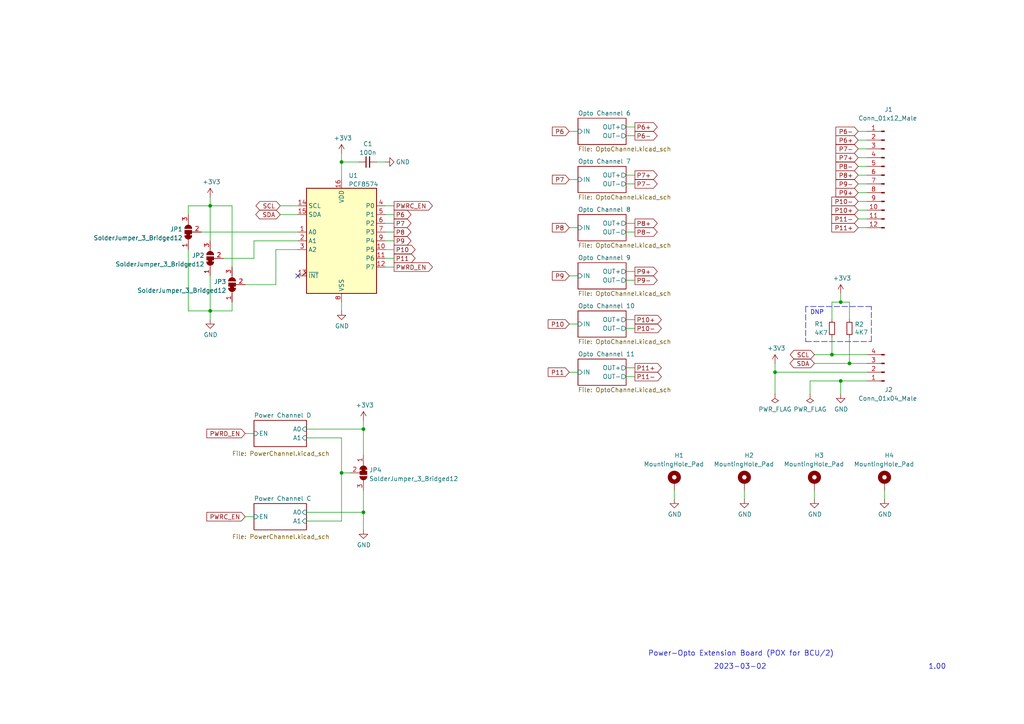
<source format=kicad_sch>
(kicad_sch (version 20211123) (generator eeschema)
  (paper "A4")
  (lib_symbols
    (symbol "Connector:Conn_01x04_Male" (pin_names (offset 1.016) hide)
      (property "Reference" "J" (at 0 5.08 0))
      (property "Value" "Conn_01x04_Male" (at 0 -7.62 0))
      (symbol "Conn_01x04_Male_1_1"
        (polyline (pts (xy 1.27 -5.08) (xy 0.8636 -5.08)) (stroke (width 0.1524)))
        (polyline (pts (xy 1.27 -2.54) (xy 0.8636 -2.54)) (stroke (width 0.1524)))
        (polyline (pts (xy 1.27 0) (xy 0.8636 0)) (stroke (width 0.1524)))
        (polyline (pts (xy 1.27 2.54) (xy 0.8636 2.54)) (stroke (width 0.1524)))
        (rectangle (start 0.8636 -4.953) (end 0 -5.207) (stroke (width 0.1524)) (fill (type outline)))
        (rectangle (start 0.8636 -2.413) (end 0 -2.667) (stroke (width 0.1524)) (fill (type outline)))
        (rectangle (start 0.8636 0.127) (end 0 -0.127) (stroke (width 0.1524)) (fill (type outline)))
        (rectangle (start 0.8636 2.667) (end 0 2.413) (stroke (width 0.1524)) (fill (type outline)))
        (pin passive line (at 5.08 2.54 180) (length 3.81) (name "Pin_1") (number "1"))
        (pin passive line (at 5.08 0 180) (length 3.81) (name "Pin_2") (number "2"))
        (pin passive line (at 5.08 -2.54 180) (length 3.81) (name "Pin_3") (number "3"))
        (pin passive line (at 5.08 -5.08 180) (length 3.81) (name "Pin_4") (number "4"))
      )
    )
    (symbol "Connector:Conn_01x12_Male" (pin_names (offset 1.016) hide)
      (property "Reference" "J" (at 0 15.24 0))
      (property "Value" "Conn_01x12_Male" (at 0 -17.78 0))
      (symbol "Conn_01x12_Male_1_1"
        (polyline (pts (xy 1.27 -15.24) (xy 0.8636 -15.24)) (stroke (width 0.1524)))
        (polyline (pts (xy 1.27 -12.7) (xy 0.8636 -12.7)) (stroke (width 0.1524)))
        (polyline (pts (xy 1.27 -10.16) (xy 0.8636 -10.16)) (stroke (width 0.1524)))
        (polyline (pts (xy 1.27 -7.62) (xy 0.8636 -7.62)) (stroke (width 0.1524)))
        (polyline (pts (xy 1.27 -5.08) (xy 0.8636 -5.08)) (stroke (width 0.1524)))
        (polyline (pts (xy 1.27 -2.54) (xy 0.8636 -2.54)) (stroke (width 0.1524)))
        (polyline (pts (xy 1.27 0) (xy 0.8636 0)) (stroke (width 0.1524)))
        (polyline (pts (xy 1.27 2.54) (xy 0.8636 2.54)) (stroke (width 0.1524)))
        (polyline (pts (xy 1.27 5.08) (xy 0.8636 5.08)) (stroke (width 0.1524)))
        (polyline (pts (xy 1.27 7.62) (xy 0.8636 7.62)) (stroke (width 0.1524)))
        (polyline (pts (xy 1.27 10.16) (xy 0.8636 10.16)) (stroke (width 0.1524)))
        (polyline (pts (xy 1.27 12.7) (xy 0.8636 12.7)) (stroke (width 0.1524)))
        (rectangle (start 0.8636 -15.113) (end 0 -15.367) (stroke (width 0.1524)) (fill (type outline)))
        (rectangle (start 0.8636 -12.573) (end 0 -12.827) (stroke (width 0.1524)) (fill (type outline)))
        (rectangle (start 0.8636 -10.033) (end 0 -10.287) (stroke (width 0.1524)) (fill (type outline)))
        (rectangle (start 0.8636 -7.493) (end 0 -7.747) (stroke (width 0.1524)) (fill (type outline)))
        (rectangle (start 0.8636 -4.953) (end 0 -5.207) (stroke (width 0.1524)) (fill (type outline)))
        (rectangle (start 0.8636 -2.413) (end 0 -2.667) (stroke (width 0.1524)) (fill (type outline)))
        (rectangle (start 0.8636 0.127) (end 0 -0.127) (stroke (width 0.1524)) (fill (type outline)))
        (rectangle (start 0.8636 2.667) (end 0 2.413) (stroke (width 0.1524)) (fill (type outline)))
        (rectangle (start 0.8636 5.207) (end 0 4.953) (stroke (width 0.1524)) (fill (type outline)))
        (rectangle (start 0.8636 7.747) (end 0 7.493) (stroke (width 0.1524)) (fill (type outline)))
        (rectangle (start 0.8636 10.287) (end 0 10.033) (stroke (width 0.1524)) (fill (type outline)))
        (rectangle (start 0.8636 12.827) (end 0 12.573) (stroke (width 0.1524)) (fill (type outline)))
        (pin passive line (at 5.08 12.7 180) (length 3.81) (name "Pin_1") (number "1"))
        (pin passive line (at 5.08 -10.16 180) (length 3.81) (name "Pin_10") (number "10"))
        (pin passive line (at 5.08 -12.7 180) (length 3.81) (name "Pin_11") (number "11"))
        (pin passive line (at 5.08 -15.24 180) (length 3.81) (name "Pin_12") (number "12"))
        (pin passive line (at 5.08 10.16 180) (length 3.81) (name "Pin_2") (number "2"))
        (pin passive line (at 5.08 7.62 180) (length 3.81) (name "Pin_3") (number "3"))
        (pin passive line (at 5.08 5.08 180) (length 3.81) (name "Pin_4") (number "4"))
        (pin passive line (at 5.08 2.54 180) (length 3.81) (name "Pin_5") (number "5"))
        (pin passive line (at 5.08 0 180) (length 3.81) (name "Pin_6") (number "6"))
        (pin passive line (at 5.08 -2.54 180) (length 3.81) (name "Pin_7") (number "7"))
        (pin passive line (at 5.08 -5.08 180) (length 3.81) (name "Pin_8") (number "8"))
        (pin passive line (at 5.08 -7.62 180) (length 3.81) (name "Pin_9") (number "9"))
      )
    )
    (symbol "Device:C_Small" (pin_numbers hide) (pin_names (offset 0.254) hide)
      (property "Reference" "C" (at 0.254 1.778 0))
      (property "Value" "C_Small" (at 0.254 -2.032 0))
      (symbol "C_Small_0_1"
        (polyline (pts (xy -1.524 -0.508) (xy 1.524 -0.508)) (stroke (width 0.3302)))
        (polyline (pts (xy -1.524 0.508) (xy 1.524 0.508)) (stroke (width 0.3048)))
      )
      (symbol "C_Small_1_1"
        (pin passive line (at 0 2.54 270) (length 2.032) (name "~") (number "1"))
        (pin passive line (at 0 -2.54 90) (length 2.032) (name "~") (number "2"))
      )
    )
    (symbol "Device:R_Small" (pin_numbers hide) (pin_names (offset 0.254) hide)
      (property "Reference" "R" (at 0.762 0.508 0))
      (property "Value" "R_Small" (at 0.762 -1.016 0))
      (symbol "R_Small_0_1"
        (rectangle (start -0.762 1.778) (end 0.762 -1.778) (stroke (width 0.2032)))
      )
      (symbol "R_Small_1_1"
        (pin passive line (at 0 2.54 270) (length 0.762) (name "~") (number "1"))
        (pin passive line (at 0 -2.54 90) (length 0.762) (name "~") (number "2"))
      )
    )
    (symbol "Interface_Expansion:PCF8574"
      (property "Reference" "U" (at -8.89 16.51 0))
      (property "Value" "PCF8574" (at 2.54 16.51 0))
      (symbol "PCF8574_0_1"
        (rectangle (start -10.16 15.24) (end 10.16 -15.24) (stroke (width 0.254)) (fill (type background)))
      )
      (symbol "PCF8574_1_1"
        (pin input line (at -12.7 2.54 0) (length 2.54) (name "A0") (number "1"))
        (pin bidirectional line (at 12.7 -2.54 180) (length 2.54) (name "P5") (number "10"))
        (pin bidirectional line (at 12.7 -5.08 180) (length 2.54) (name "P6") (number "11"))
        (pin bidirectional line (at 12.7 -7.62 180) (length 2.54) (name "P7") (number "12"))
        (pin open_collector output_low (at -12.7 -10.16 0) (length 2.54) (name "~{INT}") (number "13"))
        (pin input line (at -12.7 10.16 0) (length 2.54) (name "SCL") (number "14"))
        (pin bidirectional line (at -12.7 7.62 0) (length 2.54) (name "SDA") (number "15"))
        (pin power_in line (at 0 17.78 270) (length 2.54) (name "VDD") (number "16"))
        (pin input line (at -12.7 0 0) (length 2.54) (name "A1") (number "2"))
        (pin input line (at -12.7 -2.54 0) (length 2.54) (name "A2") (number "3"))
        (pin bidirectional line (at 12.7 10.16 180) (length 2.54) (name "P0") (number "4"))
        (pin bidirectional line (at 12.7 7.62 180) (length 2.54) (name "P1") (number "5"))
        (pin bidirectional line (at 12.7 5.08 180) (length 2.54) (name "P2") (number "6"))
        (pin bidirectional line (at 12.7 2.54 180) (length 2.54) (name "P3") (number "7"))
        (pin power_in line (at 0 -17.78 90) (length 2.54) (name "VSS") (number "8"))
        (pin bidirectional line (at 12.7 0 180) (length 2.54) (name "P4") (number "9"))
      )
    )
    (symbol "Jumper:SolderJumper_3_Bridged12" (pin_names (offset 0) hide)
      (property "Reference" "JP" (at -2.54 -2.54 0))
      (property "Value" "SolderJumper_3_Bridged12" (at 0 2.794 0))
      (symbol "SolderJumper_3_Bridged12_0_1"
        (rectangle (start -1.016 0.508) (end -0.508 -0.508) (fill (type outline)))
        (arc (start -1.016 1.016) (mid -2.032 0) (end -1.016 -1.016))
        (arc (start -1.016 1.016) (mid -2.032 0) (end -1.016 -1.016) (fill (type outline)))
        (rectangle (start -0.508 1.016) (end 0.508 -1.016) (fill (type outline)))
        (polyline (pts (xy -2.54 0) (xy -2.032 0)))
        (polyline (pts (xy -1.016 1.016) (xy -1.016 -1.016)))
        (polyline (pts (xy 0 -1.27) (xy 0 -1.016)))
        (polyline (pts (xy 1.016 1.016) (xy 1.016 -1.016)))
        (polyline (pts (xy 2.54 0) (xy 2.032 0)))
        (arc (start 1.016 -1.016) (mid 2.032 0) (end 1.016 1.016))
        (arc (start 1.016 -1.016) (mid 2.032 0) (end 1.016 1.016) (fill (type outline)))
      )
      (symbol "SolderJumper_3_Bridged12_1_1"
        (pin passive line (at -5.08 0 0) (length 2.54) (name "A") (number "1"))
        (pin passive line (at 0 -3.81 90) (length 2.54) (name "C") (number "2"))
        (pin passive line (at 5.08 0 180) (length 2.54) (name "B") (number "3"))
      )
    )
    (symbol "Mechanical:MountingHole_Pad" (pin_numbers hide) (pin_names (offset 1.016) hide)
      (property "Reference" "H" (at 0 6.35 0))
      (property "Value" "MountingHole_Pad" (at 0 4.445 0))
      (symbol "MountingHole_Pad_0_1"
        (circle (center 0 1.27) (radius 1.27) (stroke (width 1.27)))
      )
      (symbol "MountingHole_Pad_1_1"
        (pin input line (at 0 -2.54 90) (length 2.54) (name "1") (number "1"))
      )
    )
    (symbol "power:+3.3V" (power) (pin_names (offset 0))
      (property "Value" "+3.3V" (at 0 3.556 0))
      (symbol "+3.3V_0_1"
        (polyline (pts (xy -0.762 1.27) (xy 0 2.54)))
        (polyline (pts (xy 0 0) (xy 0 2.54)))
        (polyline (pts (xy 0 2.54) (xy 0.762 1.27)))
      )
      (symbol "+3.3V_1_1"
        (pin power_in line (at 0 0 90) (length 0) hide (name "+3V3") (number "1"))
      )
    )
    (symbol "power:+3V3" (power) (pin_names (offset 0))
      (property "Value" "+3V3" (at 0 3.556 0))
      (symbol "+3V3_0_1"
        (polyline (pts (xy -0.762 1.27) (xy 0 2.54)))
        (polyline (pts (xy 0 0) (xy 0 2.54)))
        (polyline (pts (xy 0 2.54) (xy 0.762 1.27)))
      )
      (symbol "+3V3_1_1"
        (pin power_in line (at 0 0 90) (length 0) hide (name "+3V3") (number "1"))
      )
    )
    (symbol "power:GND" (power) (pin_names (offset 0))
      (property "Value" "GND" (at 0 -3.81 0))
      (symbol "GND_0_1"
        (polyline (pts (xy 0 0) (xy 0 -1.27) (xy 1.27 -1.27) (xy 0 -2.54) (xy -1.27 -1.27) (xy 0 -1.27)))
      )
      (symbol "GND_1_1"
        (pin power_in line (at 0 0 270) (length 0) hide (name "GND") (number "1"))
      )
    )
    (symbol "power:PWR_FLAG" (power) (pin_numbers hide) (pin_names (offset 0) hide)
      (property "Value" "PWR_FLAG" (at 0 3.81 0))
      (symbol "PWR_FLAG_0_0"
        (pin power_out line (at 0 0 90) (length 0) (name "pwr") (number "1"))
      )
      (symbol "PWR_FLAG_0_1"
        (polyline (pts (xy 0 0) (xy 0 1.27) (xy -1.016 1.905) (xy 0 2.54) (xy 1.016 1.905) (xy 0 1.27)))
      )
    )
  )
  (junction (at 243.84 110.49))
  (junction (at 99.06 137.16))
  (junction (at 246.38 105.41))
  (junction (at 243.84 87.63))
  (junction (at 60.96 59.69))
  (junction (at 105.41 148.59))
  (junction (at 105.41 124.46))
  (junction (at 99.06 46.99))
  (junction (at 60.96 90.17))
  (junction (at 224.79 107.95))
  (junction (at 241.3 102.87))
  (no_connect (at 86.36 80.01))
  (wire (pts (xy 111.76 72.39) (xy 114.3 72.39)))
  (polyline (pts (xy 252.73 88.9) (xy 233.68 88.9)))
  (wire (pts (xy 248.92 63.5) (xy 251.46 63.5)))
  (wire (pts (xy 184.15 81.28) (xy 181.61 81.28)))
  (wire (pts (xy 99.06 127) (xy 99.06 137.16)))
  (wire (pts (xy 71.12 149.86) (xy 73.66 149.86)))
  (wire (pts (xy 184.15 39.37) (xy 181.61 39.37)))
  (wire (pts (xy 60.96 57.15) (xy 60.96 59.69)))
  (wire (pts (xy 67.31 77.47) (xy 67.31 59.69)))
  (wire (pts (xy 80.01 72.39) (xy 80.01 82.55)))
  (wire (pts (xy 105.41 142.24) (xy 105.41 148.59)))
  (wire (pts (xy 243.84 87.63) (xy 243.84 85.09)))
  (wire (pts (xy 215.9 142.24) (xy 215.9 144.78)))
  (wire (pts (xy 99.06 46.99) (xy 99.06 52.07)))
  (wire (pts (xy 256.54 142.24) (xy 256.54 144.78)))
  (wire (pts (xy 248.92 45.72) (xy 251.46 45.72)))
  (polyline (pts (xy 233.68 88.9) (xy 233.68 99.06)))
  (wire (pts (xy 224.79 107.95) (xy 224.79 105.41)))
  (wire (pts (xy 109.22 46.99) (xy 111.76 46.99)))
  (wire (pts (xy 99.06 46.99) (xy 104.14 46.99)))
  (wire (pts (xy 71.12 125.73) (xy 73.66 125.73)))
  (wire (pts (xy 181.61 36.83) (xy 184.15 36.83)))
  (wire (pts (xy 181.61 64.77) (xy 184.15 64.77)))
  (wire (pts (xy 111.76 64.77) (xy 114.3 64.77)))
  (wire (pts (xy 105.41 148.59) (xy 105.41 153.67)))
  (wire (pts (xy 184.15 95.25) (xy 181.61 95.25)))
  (wire (pts (xy 251.46 40.64) (xy 248.92 40.64)))
  (wire (pts (xy 88.9 151.13) (xy 99.06 151.13)))
  (wire (pts (xy 181.61 92.71) (xy 184.15 92.71)))
  (wire (pts (xy 184.15 109.22) (xy 181.61 109.22)))
  (wire (pts (xy 241.3 87.63) (xy 243.84 87.63)))
  (wire (pts (xy 236.22 142.24) (xy 236.22 144.78)))
  (polyline (pts (xy 233.68 99.06) (xy 252.73 99.06)))
  (wire (pts (xy 184.15 67.31) (xy 181.61 67.31)))
  (wire (pts (xy 54.61 59.69) (xy 60.96 59.69)))
  (wire (pts (xy 67.31 59.69) (xy 60.96 59.69)))
  (wire (pts (xy 99.06 151.13) (xy 99.06 137.16)))
  (wire (pts (xy 111.76 67.31) (xy 114.3 67.31)))
  (wire (pts (xy 105.41 124.46) (xy 105.41 132.08)))
  (wire (pts (xy 248.92 38.1) (xy 251.46 38.1)))
  (wire (pts (xy 184.15 53.34) (xy 181.61 53.34)))
  (wire (pts (xy 165.1 52.07) (xy 167.64 52.07)))
  (wire (pts (xy 248.92 48.26) (xy 251.46 48.26)))
  (wire (pts (xy 99.06 87.63) (xy 99.06 90.17)))
  (wire (pts (xy 67.31 87.63) (xy 67.31 90.17)))
  (wire (pts (xy 181.61 50.8) (xy 184.15 50.8)))
  (wire (pts (xy 60.96 90.17) (xy 60.96 92.71)))
  (wire (pts (xy 54.61 72.39) (xy 54.61 90.17)))
  (wire (pts (xy 181.61 78.74) (xy 184.15 78.74)))
  (wire (pts (xy 248.92 53.34) (xy 251.46 53.34)))
  (wire (pts (xy 246.38 87.63) (xy 243.84 87.63)))
  (wire (pts (xy 73.66 74.93) (xy 64.77 74.93)))
  (wire (pts (xy 86.36 69.85) (xy 73.66 69.85)))
  (wire (pts (xy 88.9 124.46) (xy 105.41 124.46)))
  (wire (pts (xy 67.31 90.17) (xy 60.96 90.17)))
  (polyline (pts (xy 252.73 99.06) (xy 252.73 88.9)))
  (wire (pts (xy 251.46 107.95) (xy 224.79 107.95)))
  (wire (pts (xy 111.76 59.69) (xy 114.3 59.69)))
  (wire (pts (xy 241.3 92.71) (xy 241.3 87.63)))
  (wire (pts (xy 81.28 59.69) (xy 86.36 59.69)))
  (wire (pts (xy 181.61 106.68) (xy 184.15 106.68)))
  (wire (pts (xy 165.1 107.95) (xy 167.64 107.95)))
  (wire (pts (xy 114.3 69.85) (xy 111.76 69.85)))
  (wire (pts (xy 88.9 127) (xy 99.06 127)))
  (wire (pts (xy 73.66 69.85) (xy 73.66 74.93)))
  (wire (pts (xy 60.96 59.69) (xy 60.96 69.85)))
  (wire (pts (xy 243.84 110.49) (xy 234.95 110.49)))
  (wire (pts (xy 246.38 92.71) (xy 246.38 87.63)))
  (wire (pts (xy 99.06 44.45) (xy 99.06 46.99)))
  (wire (pts (xy 224.79 107.95) (xy 224.79 114.3)))
  (wire (pts (xy 105.41 121.92) (xy 105.41 124.46)))
  (wire (pts (xy 114.3 62.23) (xy 111.76 62.23)))
  (wire (pts (xy 248.92 50.8) (xy 251.46 50.8)))
  (wire (pts (xy 195.58 142.24) (xy 195.58 144.78)))
  (wire (pts (xy 248.92 60.96) (xy 251.46 60.96)))
  (wire (pts (xy 246.38 97.79) (xy 246.38 105.41)))
  (wire (pts (xy 241.3 102.87) (xy 251.46 102.87)))
  (wire (pts (xy 248.92 66.04) (xy 251.46 66.04)))
  (wire (pts (xy 248.92 55.88) (xy 251.46 55.88)))
  (wire (pts (xy 60.96 80.01) (xy 60.96 90.17)))
  (wire (pts (xy 243.84 110.49) (xy 243.84 114.3)))
  (wire (pts (xy 114.3 74.93) (xy 111.76 74.93)))
  (wire (pts (xy 251.46 105.41) (xy 246.38 105.41)))
  (wire (pts (xy 111.76 77.47) (xy 114.3 77.47)))
  (wire (pts (xy 58.42 67.31) (xy 86.36 67.31)))
  (wire (pts (xy 236.22 102.87) (xy 241.3 102.87)))
  (wire (pts (xy 88.9 148.59) (xy 105.41 148.59)))
  (wire (pts (xy 234.95 110.49) (xy 234.95 114.3)))
  (wire (pts (xy 99.06 137.16) (xy 101.6 137.16)))
  (wire (pts (xy 248.92 43.18) (xy 251.46 43.18)))
  (wire (pts (xy 165.1 93.98) (xy 167.64 93.98)))
  (wire (pts (xy 251.46 110.49) (xy 243.84 110.49)))
  (wire (pts (xy 86.36 72.39) (xy 80.01 72.39)))
  (wire (pts (xy 54.61 90.17) (xy 60.96 90.17)))
  (wire (pts (xy 54.61 62.23) (xy 54.61 59.69)))
  (wire (pts (xy 241.3 97.79) (xy 241.3 102.87)))
  (wire (pts (xy 80.01 82.55) (xy 71.12 82.55)))
  (wire (pts (xy 248.92 58.42) (xy 251.46 58.42)))
  (wire (pts (xy 81.28 62.23) (xy 86.36 62.23)))
  (wire (pts (xy 246.38 105.41) (xy 236.22 105.41)))
  (wire (pts (xy 165.1 38.1) (xy 167.64 38.1)))
  (wire (pts (xy 165.1 66.04) (xy 167.64 66.04)))
  (wire (pts (xy 165.1 80.01) (xy 167.64 80.01)))
  (text "1.00" (at 269.24 194.31 0) (effects (font (size 1.4986 1.4986)) (justify left bottom)))
  (text "DNP" (at 234.95 91.44 0) (effects (font (size 1.27 1.27)) (justify left bottom)))
  (text "2023-03-02" (at 207.01 194.31 0) (effects (font (size 1.4986 1.4986)) (justify left bottom)))
  (text "Power-Opto Extension Board (POX for BCU/2)" (at 187.96 190.5 0) (effects (font (size 1.4986 1.4986)) (justify left bottom)))
  (global_label "P8+" (shape output) (at 184.15 64.77 0) (property "Intersheet References" "${INTERSHEET_REFS}" (effects hide)))
  (global_label "P7" (shape output) (at 114.3 64.77 0) (property "Intersheet References" "${INTERSHEET_REFS}" (effects hide)))
  (global_label "P9+" (shape input) (at 248.92 55.88 180) (property "Intersheet References" "${INTERSHEET_REFS}" (effects hide)))
  (global_label "P8" (shape input) (at 165.1 66.04 180) (property "Intersheet References" "${INTERSHEET_REFS}" (effects hide)))
  (global_label "P11-" (shape input) (at 248.92 63.5 180) (property "Intersheet References" "${INTERSHEET_REFS}" (effects hide)))
  (global_label "PWRC_EN" (shape input) (at 71.12 149.86 180) (property "Intersheet References" "${INTERSHEET_REFS}" (effects hide)))
  (global_label "P7" (shape input) (at 165.1 52.07 180) (property "Intersheet References" "${INTERSHEET_REFS}" (effects hide)))
  (global_label "P6+" (shape output) (at 184.15 36.83 0) (property "Intersheet References" "${INTERSHEET_REFS}" (effects hide)))
  (global_label "SCL" (shape bidirectional) (at 81.28 59.69 180) (property "Intersheet References" "${INTERSHEET_REFS}" (effects hide)))
  (global_label "P10-" (shape output) (at 184.15 95.25 0) (property "Intersheet References" "${INTERSHEET_REFS}" (effects hide)))
  (global_label "P10" (shape input) (at 165.1 93.98 180) (property "Intersheet References" "${INTERSHEET_REFS}" (effects hide)))
  (global_label "P8" (shape output) (at 114.3 67.31 0) (property "Intersheet References" "${INTERSHEET_REFS}" (effects hide)))
  (global_label "SCL" (shape bidirectional) (at 236.22 102.87 180) (property "Intersheet References" "${INTERSHEET_REFS}" (effects hide)))
  (global_label "P6" (shape output) (at 114.3 62.23 0) (property "Intersheet References" "${INTERSHEET_REFS}" (effects hide)))
  (global_label "SDA" (shape bidirectional) (at 81.28 62.23 180) (property "Intersheet References" "${INTERSHEET_REFS}" (effects hide)))
  (global_label "P9+" (shape output) (at 184.15 78.74 0) (property "Intersheet References" "${INTERSHEET_REFS}" (effects hide)))
  (global_label "P6-" (shape output) (at 184.15 39.37 0) (property "Intersheet References" "${INTERSHEET_REFS}" (effects hide)))
  (global_label "P11" (shape output) (at 114.3 74.93 0) (property "Intersheet References" "${INTERSHEET_REFS}" (effects hide)))
  (global_label "P6" (shape input) (at 165.1 38.1 180) (property "Intersheet References" "${INTERSHEET_REFS}" (effects hide)))
  (global_label "P10+" (shape input) (at 248.92 60.96 180) (property "Intersheet References" "${INTERSHEET_REFS}" (effects hide)))
  (global_label "P9-" (shape output) (at 184.15 81.28 0) (property "Intersheet References" "${INTERSHEET_REFS}" (effects hide)))
  (global_label "PWRD_EN" (shape output) (at 114.3 77.47 0) (property "Intersheet References" "${INTERSHEET_REFS}" (effects hide)))
  (global_label "P6+" (shape input) (at 248.92 40.64 180) (property "Intersheet References" "${INTERSHEET_REFS}" (effects hide)))
  (global_label "P7-" (shape output) (at 184.15 53.34 0) (property "Intersheet References" "${INTERSHEET_REFS}" (effects hide)))
  (global_label "SDA" (shape bidirectional) (at 236.22 105.41 180) (property "Intersheet References" "${INTERSHEET_REFS}" (effects hide)))
  (global_label "P9" (shape input) (at 165.1 80.01 180) (property "Intersheet References" "${INTERSHEET_REFS}" (effects hide)))
  (global_label "P11" (shape input) (at 165.1 107.95 180) (property "Intersheet References" "${INTERSHEET_REFS}" (effects hide)))
  (global_label "P10-" (shape input) (at 248.92 58.42 180) (property "Intersheet References" "${INTERSHEET_REFS}" (effects hide)))
  (global_label "P6-" (shape input) (at 248.92 38.1 180) (property "Intersheet References" "${INTERSHEET_REFS}" (effects hide)))
  (global_label "P10+" (shape output) (at 184.15 92.71 0) (property "Intersheet References" "${INTERSHEET_REFS}" (effects hide)))
  (global_label "P8-" (shape input) (at 248.92 48.26 180) (property "Intersheet References" "${INTERSHEET_REFS}" (effects hide)))
  (global_label "P8-" (shape output) (at 184.15 67.31 0) (property "Intersheet References" "${INTERSHEET_REFS}" (effects hide)))
  (global_label "P10" (shape output) (at 114.3 72.39 0) (property "Intersheet References" "${INTERSHEET_REFS}" (effects hide)))
  (global_label "PWRD_EN" (shape input) (at 71.12 125.73 180) (property "Intersheet References" "${INTERSHEET_REFS}" (effects hide)))
  (global_label "P7-" (shape input) (at 248.92 43.18 180) (property "Intersheet References" "${INTERSHEET_REFS}" (effects hide)))
  (global_label "PWRC_EN" (shape output) (at 114.3 59.69 0) (property "Intersheet References" "${INTERSHEET_REFS}" (effects hide)))
  (global_label "P9-" (shape input) (at 248.92 53.34 180) (property "Intersheet References" "${INTERSHEET_REFS}" (effects hide)))
  (global_label "P7+" (shape input) (at 248.92 45.72 180) (property "Intersheet References" "${INTERSHEET_REFS}" (effects hide)))
  (global_label "P8+" (shape input) (at 248.92 50.8 180) (property "Intersheet References" "${INTERSHEET_REFS}" (effects hide)))
  (global_label "P9" (shape output) (at 114.3 69.85 0) (property "Intersheet References" "${INTERSHEET_REFS}" (effects hide)))
  (global_label "P11+" (shape output) (at 184.15 106.68 0) (property "Intersheet References" "${INTERSHEET_REFS}" (effects hide)))
  (global_label "P7+" (shape output) (at 184.15 50.8 0) (property "Intersheet References" "${INTERSHEET_REFS}" (effects hide)))
  (global_label "P11+" (shape input) (at 248.92 66.04 180) (property "Intersheet References" "${INTERSHEET_REFS}" (effects hide)))
  (global_label "P11-" (shape output) (at 184.15 109.22 0) (property "Intersheet References" "${INTERSHEET_REFS}" (effects hide)))
  (symbol (lib_id "power:+3V3") (at 99.06 44.45 0) (unit 1)
    (property "Reference" "#PWR03" (effects hide))
    (property "Value" "+3V3" (at 99.441 40.0558 0))
  )
  (symbol (lib_id "power:PWR_FLAG") (at 224.79 114.3 180) (unit 1)
    (property "Reference" "#FLG01" (effects hide))
    (property "Value" "PWR_FLAG" (at 224.79 118.7196 0))
  )
  (symbol (lib_id "power:GND") (at 105.41 153.67 0) (unit 1)
    (property "Reference" "#PWR06" (effects hide))
    (property "Value" "GND" (at 105.537 158.0642 0))
  )
  (symbol (lib_id "power:+3V3") (at 243.84 85.09 0) (unit 1)
    (property "Reference" "#PWR012" (effects hide))
    (property "Value" "+3V3" (at 244.221 80.6958 0))
  )
  (symbol (lib_id "Device:R_Small") (at 241.3 95.25 0) (unit 1)
    (property "Reference" "R1" (at 236.22 93.98 0) (effects (justify left)))
    (property "Value" "4K7" (at 236.22 96.52 0) (effects (justify left)))
    (property "Footprint" "Resistor_SMD:R_0603_1608Metric_Pad0.98x0.95mm_HandSolder" (effects hide))
  )
  (symbol (lib_id "Device:R_Small") (at 246.38 95.25 0) (unit 1)
    (property "Reference" "R2" (at 247.8786 94.0816 0) (effects (justify left)))
    (property "Value" "4K7" (at 247.8786 96.393 0) (effects (justify left)))
    (property "Footprint" "Resistor_SMD:R_0603_1608Metric_Pad0.98x0.95mm_HandSolder" (effects hide))
  )
  (symbol (lib_id "Connector:Conn_01x04_Male") (at 256.54 107.95 180) (unit 1)
    (property "Reference" "J2" (at 256.54 113.03 0) (effects (justify right)))
    (property "Value" "Conn_01x04_Male" (at 248.92 115.57 0) (effects (justify right)))
    (property "Footprint" "Connector_JST:JST_PH_B4B-PH-K_1x04_P2.00mm_Vertical" (effects hide))
  )
  (symbol (lib_id "power:GND") (at 243.84 114.3 0) (unit 1)
    (property "Reference" "#PWR013" (effects hide))
    (property "Value" "GND" (at 243.967 118.6942 0))
  )
  (symbol (lib_id "power:+3.3V") (at 224.79 105.41 0) (unit 1)
    (property "Reference" "#PWR010" (effects hide))
    (property "Value" "+3.3V" (at 225.171 101.0158 0))
  )
  (symbol (lib_id "Connector:Conn_01x12_Male") (at 256.54 50.8 0) (mirror y) (unit 1)
    (property "Reference" "J1" (at 256.54 31.75 0) (effects (justify right)))
    (property "Value" "Conn_01x12_Male" (at 248.92 34.29 0) (effects (justify right)))
    (property "Footprint" "Connector_PinHeader_2.54mm:PinHeader_1x12_P2.54mm_Vertical" (effects hide))
  )
  (symbol (lib_id "Mechanical:MountingHole_Pad") (at 195.58 139.7 0) (unit 1)
    (property "Reference" "H1" (at 195.58 132.08 0) (effects (justify left)))
    (property "Value" "MountingHole_Pad" (at 186.69 134.62 0) (effects (justify left)))
    (property "Footprint" "MountingHole:MountingHole_3.2mm_M3_DIN965_Pad" (effects hide))
  )
  (symbol (lib_id "power:GND") (at 195.58 144.78 0) (unit 1)
    (property "Reference" "#PWR08" (effects hide))
    (property "Value" "GND" (at 195.707 149.1742 0))
  )
  (symbol (lib_id "Mechanical:MountingHole_Pad") (at 215.9 139.7 0) (unit 1)
    (property "Reference" "H2" (at 215.9 132.08 0) (effects (justify left)))
    (property "Value" "MountingHole_Pad" (at 207.01 134.62 0) (effects (justify left)))
    (property "Footprint" "MountingHole:MountingHole_3.2mm_M3_DIN965_Pad" (effects hide))
  )
  (symbol (lib_id "power:GND") (at 215.9 144.78 0) (unit 1)
    (property "Reference" "#PWR09" (effects hide))
    (property "Value" "GND" (at 216.027 149.1742 0))
  )
  (symbol (lib_id "Mechanical:MountingHole_Pad") (at 236.22 139.7 0) (unit 1)
    (property "Reference" "H3" (at 236.22 132.08 0) (effects (justify left)))
    (property "Value" "MountingHole_Pad" (at 227.33 134.62 0) (effects (justify left)))
    (property "Footprint" "MountingHole:MountingHole_3.2mm_M3_DIN965_Pad" (effects hide))
  )
  (symbol (lib_id "power:GND") (at 236.22 144.78 0) (unit 1)
    (property "Reference" "#PWR011" (effects hide))
    (property "Value" "GND" (at 236.347 149.1742 0))
  )
  (symbol (lib_id "Mechanical:MountingHole_Pad") (at 256.54 139.7 0) (unit 1)
    (property "Reference" "H4" (at 256.54 132.08 0) (effects (justify left)))
    (property "Value" "MountingHole_Pad" (at 247.65 134.62 0) (effects (justify left)))
    (property "Footprint" "MountingHole:MountingHole_3.2mm_M3_DIN965_Pad" (effects hide))
  )
  (symbol (lib_id "power:GND") (at 256.54 144.78 0) (unit 1)
    (property "Reference" "#PWR014" (effects hide))
    (property "Value" "GND" (at 256.667 149.1742 0))
  )
  (symbol (lib_id "Jumper:SolderJumper_3_Bridged12") (at 105.41 137.16 270) (unit 1)
    (property "Reference" "JP4" (at 107.061 136.3253 90) (effects (justify left)))
    (property "Value" "SolderJumper_3_Bridged12" (at 107.061 138.8622 90) (effects (justify left)))
    (property "Footprint" "Jumper:SolderJumper-3_P1.3mm_Bridged12_RoundedPad1.0x1.5mm_NumberLabels" (effects hide))
  )
  (symbol (lib_id "Jumper:SolderJumper_3_Bridged12") (at 54.61 67.31 90) (unit 1)
    (property "Reference" "JP1" (at 52.9591 66.4753 90) (effects (justify left)))
    (property "Value" "SolderJumper_3_Bridged12" (at 52.9591 69.0122 90) (effects (justify left)))
    (property "Footprint" "Jumper:SolderJumper-3_P1.3mm_Bridged12_RoundedPad1.0x1.5mm_NumberLabels" (effects hide))
  )
  (symbol (lib_id "power:GND") (at 60.96 92.71 0) (unit 1)
    (property "Reference" "#PWR02" (effects hide))
    (property "Value" "GND" (at 61.087 97.1042 0))
  )
  (symbol (lib_id "power:GND") (at 111.76 46.99 90) (unit 1)
    (property "Reference" "#PWR07" (effects hide))
    (property "Value" "GND" (at 116.84 46.99 90))
  )
  (symbol (lib_id "power:+3V3") (at 60.96 57.15 0) (unit 1)
    (property "Reference" "#PWR01" (effects hide))
    (property "Value" "+3V3" (at 61.341 52.7558 0))
  )
  (symbol (lib_id "power:PWR_FLAG") (at 234.95 114.3 180) (unit 1)
    (property "Reference" "#FLG02" (effects hide))
    (property "Value" "PWR_FLAG" (at 234.95 118.7196 0))
  )
  (symbol (lib_id "Jumper:SolderJumper_3_Bridged12") (at 67.31 82.55 90) (unit 1)
    (property "Reference" "JP3" (at 65.6591 81.7153 90) (effects (justify left)))
    (property "Value" "SolderJumper_3_Bridged12" (at 65.6591 84.2522 90) (effects (justify left)))
    (property "Footprint" "Jumper:SolderJumper-3_P1.3mm_Bridged12_RoundedPad1.0x1.5mm_NumberLabels" (effects hide))
  )
  (symbol (lib_id "Interface_Expansion:PCF8574") (at 99.06 69.85 0) (unit 1)
    (property "Reference" "U1" (at 101.0794 50.9102 0) (effects (justify left)))
    (property "Value" "PCF8574" (at 101.0794 53.4471 0) (effects (justify left)))
    (property "Footprint" "Package_SO:SOIC-16W_7.5x10.3mm_P1.27mm" (effects hide))
    (property "Datasheet" "http://www.nxp.com/documents/data_sheet/PCF8574_PCF8574A.pdf" (effects hide))
  )
  (symbol (lib_id "power:+3.3V") (at 105.41 121.92 0) (unit 1)
    (property "Reference" "#PWR05" (effects hide))
    (property "Value" "+3.3V" (at 105.791 117.5258 0))
  )
  (symbol (lib_id "Device:C_Small") (at 106.68 46.99 90) (unit 1)
    (property "Reference" "C1" (at 106.6863 41.7281 90))
    (property "Value" "100n" (at 106.6863 44.265 90))
    (property "Footprint" "Capacitor_SMD:C_0603_1608Metric_Pad1.08x0.95mm_HandSolder" (effects hide))
  )
  (symbol (lib_id "power:GND") (at 99.06 90.17 0) (unit 1)
    (property "Reference" "#PWR04" (effects hide))
    (property "Value" "GND" (at 99.187 94.5642 0))
  )
  (symbol (lib_id "Jumper:SolderJumper_3_Bridged12") (at 60.96 74.93 90) (unit 1)
    (property "Reference" "JP2" (at 59.3091 74.0953 90) (effects (justify left)))
    (property "Value" "SolderJumper_3_Bridged12" (at 59.3091 76.6322 90) (effects (justify left)))
    (property "Footprint" "Jumper:SolderJumper-3_P1.3mm_Bridged12_RoundedPad1.0x1.5mm_NumberLabels" (effects hide))
  )
  (sheet (at 167.64 34.29) (size 13.97 7.62)
    (property "Sheet name" "Opto Channel 6" (at 167.64 33.5784 0) (effects (justify left bottom)))
    (property "Sheet file" "OptoChannel.kicad_sch" (at 167.64 42.4946 0) (effects (justify left top)))
    (pin "IN" input (at 167.64 38.1 180))
    (pin "OUT+" output (at 181.61 36.83 0))
    (pin "OUT-" output (at 181.61 39.37 0))
  )
  (sheet (at 73.66 146.05) (size 15.24 7.62)
    (property "Sheet name" "Power Channel C" (at 73.66 145.3384 0) (effects (justify left bottom)))
    (property "Sheet file" "PowerChannel.kicad_sch" (at 67.31 154.94 0) (effects (justify left top)))
    (pin "EN" input (at 73.66 149.86 180))
    (pin "A1" input (at 88.9 151.13 0))
    (pin "A0" input (at 88.9 148.59 0))
  )
  (sheet (at 73.66 121.92) (size 15.24 7.62)
    (property "Sheet name" "Power Channel D" (at 73.66 121.2084 0) (effects (justify left bottom)))
    (property "Sheet file" "PowerChannel.kicad_sch" (at 67.31 130.81 0) (effects (justify left top)))
    (pin "EN" input (at 73.66 125.73 180))
    (pin "A1" input (at 88.9 127 0))
    (pin "A0" input (at 88.9 124.46 0))
  )
  (sheet (at 167.64 48.26) (size 13.97 7.62)
    (property "Sheet name" "Opto Channel 7" (at 167.64 47.5484 0) (effects (justify left bottom)))
    (property "Sheet file" "OptoChannel.kicad_sch" (at 167.64 56.4646 0) (effects (justify left top)))
    (pin "IN" input (at 167.64 52.07 180))
    (pin "OUT+" output (at 181.61 50.8 0))
    (pin "OUT-" output (at 181.61 53.34 0))
  )
  (sheet (at 167.64 62.23) (size 13.97 7.62)
    (property "Sheet name" "Opto Channel 8" (at 167.64 61.5184 0) (effects (justify left bottom)))
    (property "Sheet file" "OptoChannel.kicad_sch" (at 167.64 70.4346 0) (effects (justify left top)))
    (pin "IN" input (at 167.64 66.04 180))
    (pin "OUT+" output (at 181.61 64.77 0))
    (pin "OUT-" output (at 181.61 67.31 0))
  )
  (sheet (at 167.64 76.2) (size 13.97 7.62)
    (property "Sheet name" "Opto Channel 9" (at 167.64 75.4884 0) (effects (justify left bottom)))
    (property "Sheet file" "OptoChannel.kicad_sch" (at 167.64 84.4046 0) (effects (justify left top)))
    (pin "IN" input (at 167.64 80.01 180))
    (pin "OUT+" output (at 181.61 78.74 0))
    (pin "OUT-" output (at 181.61 81.28 0))
  )
  (sheet (at 167.64 90.17) (size 13.97 7.62)
    (property "Sheet name" "Opto Channel 10" (at 167.64 89.4584 0) (effects (justify left bottom)))
    (property "Sheet file" "OptoChannel.kicad_sch" (at 167.64 98.3746 0) (effects (justify left top)))
    (pin "IN" input (at 167.64 93.98 180))
    (pin "OUT+" output (at 181.61 92.71 0))
    (pin "OUT-" output (at 181.61 95.25 0))
  )
  (sheet (at 167.64 104.14) (size 13.97 7.62)
    (property "Sheet name" "Opto Channel 11" (at 167.64 103.4284 0) (effects (justify left bottom)))
    (property "Sheet file" "OptoChannel.kicad_sch" (at 167.64 112.3446 0) (effects (justify left top)))
    (pin "IN" input (at 167.64 107.95 180))
    (pin "OUT+" output (at 181.61 106.68 0))
    (pin "OUT-" output (at 181.61 109.22 0))
  )
)
</source>
